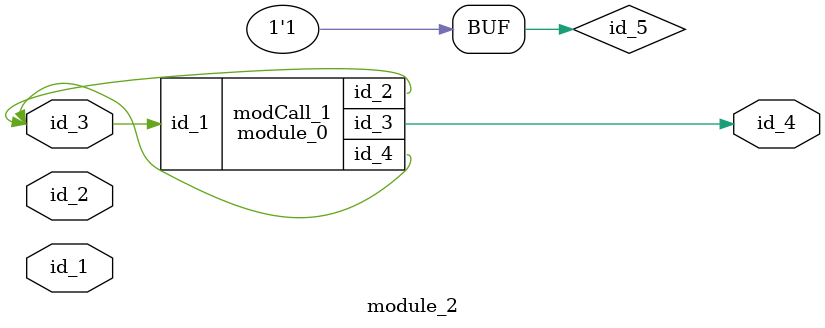
<source format=v>
module module_0 (
    id_1,
    id_2,
    id_3,
    id_4
);
  output wire id_4;
  output wire id_3;
  output wire id_2;
  input wire id_1;
  assign id_4 = 1'b0 / 1;
  assign id_2 = 1;
endmodule
module module_1 (
    id_1,
    id_2
);
  output wire id_2;
  input wire id_1;
  module_0 modCall_1 (
      id_1,
      id_2,
      id_2,
      id_2
  );
endmodule
module module_2 (
    id_1,
    id_2,
    id_3,
    id_4
);
  output wire id_4;
  inout wire id_3;
  inout wire id_2;
  inout wire id_1;
  module_0 modCall_1 (
      id_3,
      id_3,
      id_4,
      id_3
  );
  wand id_5 = 1;
endmodule

</source>
